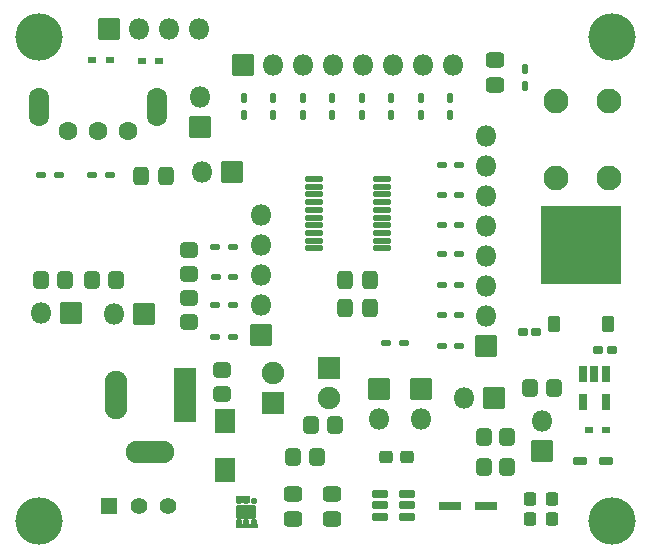
<source format=gbr>
%TF.GenerationSoftware,KiCad,Pcbnew,8.0.3*%
%TF.CreationDate,2024-08-05T20:49:33+08:00*%
%TF.ProjectId,PC_Fan_Control,50435f46-616e-45f4-936f-6e74726f6c2e,v1.0*%
%TF.SameCoordinates,Original*%
%TF.FileFunction,Soldermask,Top*%
%TF.FilePolarity,Negative*%
%FSLAX46Y46*%
G04 Gerber Fmt 4.6, Leading zero omitted, Abs format (unit mm)*
G04 Created by KiCad (PCBNEW 8.0.3) date 2024-08-05 20:49:33*
%MOMM*%
%LPD*%
G01*
G04 APERTURE LIST*
G04 Aperture macros list*
%AMRoundRect*
0 Rectangle with rounded corners*
0 $1 Rounding radius*
0 $2 $3 $4 $5 $6 $7 $8 $9 X,Y pos of 4 corners*
0 Add a 4 corners polygon primitive as box body*
4,1,4,$2,$3,$4,$5,$6,$7,$8,$9,$2,$3,0*
0 Add four circle primitives for the rounded corners*
1,1,$1+$1,$2,$3*
1,1,$1+$1,$4,$5*
1,1,$1+$1,$6,$7*
1,1,$1+$1,$8,$9*
0 Add four rect primitives between the rounded corners*
20,1,$1+$1,$2,$3,$4,$5,0*
20,1,$1+$1,$4,$5,$6,$7,0*
20,1,$1+$1,$6,$7,$8,$9,0*
20,1,$1+$1,$8,$9,$2,$3,0*%
G04 Aperture macros list end*
%ADD10C,0.100000*%
%ADD11RoundRect,0.180400X0.237900X0.180400X-0.237900X0.180400X-0.237900X-0.180400X0.237900X-0.180400X0*%
%ADD12RoundRect,0.262900X0.262900X-0.325400X0.262900X0.325400X-0.262900X0.325400X-0.262900X-0.325400X0*%
%ADD13RoundRect,0.050800X-0.850000X-0.850000X0.850000X-0.850000X0.850000X0.850000X-0.850000X0.850000X0*%
%ADD14O,1.801600X1.801600*%
%ADD15RoundRect,0.050800X-0.335000X0.210000X-0.335000X-0.210000X0.335000X-0.210000X0.335000X0.210000X0*%
%ADD16RoundRect,0.050800X0.850000X0.850000X-0.850000X0.850000X-0.850000X-0.850000X0.850000X-0.850000X0*%
%ADD17RoundRect,0.050800X-0.850000X0.850000X-0.850000X-0.850000X0.850000X-0.850000X0.850000X0.850000X0*%
%ADD18RoundRect,0.050800X0.335000X-0.210000X0.335000X0.210000X-0.335000X0.210000X-0.335000X-0.210000X0*%
%ADD19RoundRect,0.050800X0.210000X0.335000X-0.210000X0.335000X-0.210000X-0.335000X0.210000X-0.335000X0*%
%ADD20RoundRect,0.050800X0.304800X0.177800X-0.304800X0.177800X-0.304800X-0.177800X0.304800X-0.177800X0*%
%ADD21C,4.001600*%
%ADD22RoundRect,0.271166X0.479634X-0.379634X0.479634X0.379634X-0.479634X0.379634X-0.479634X-0.379634X0*%
%ADD23RoundRect,0.050800X0.875000X-0.300000X0.875000X0.300000X-0.875000X0.300000X-0.875000X-0.300000X0*%
%ADD24RoundRect,0.050800X-0.542500X0.275000X-0.542500X-0.275000X0.542500X-0.275000X0.542500X0.275000X0*%
%ADD25RoundRect,0.050800X0.835000X0.935000X-0.835000X0.935000X-0.835000X-0.935000X0.835000X-0.935000X0*%
%ADD26RoundRect,0.271166X0.379634X0.479634X-0.379634X0.479634X-0.379634X-0.479634X0.379634X-0.479634X0*%
%ADD27RoundRect,0.271617X0.366683X0.504183X-0.366683X0.504183X-0.366683X-0.504183X0.366683X-0.504183X0*%
%ADD28RoundRect,0.050800X-0.279400X0.660400X-0.279400X-0.660400X0.279400X-0.660400X0.279400X0.660400X0*%
%ADD29C,2.101600*%
%ADD30RoundRect,0.050800X0.850000X-0.850000X0.850000X0.850000X-0.850000X0.850000X-0.850000X-0.850000X0*%
%ADD31RoundRect,0.271617X-0.504183X0.366683X-0.504183X-0.366683X0.504183X-0.366683X0.504183X0.366683X0*%
%ADD32RoundRect,0.050800X0.900000X-0.900000X0.900000X0.900000X-0.900000X0.900000X-0.900000X-0.900000X0*%
%ADD33C,1.901600*%
%ADD34RoundRect,0.271166X-0.379634X-0.479634X0.379634X-0.479634X0.379634X0.479634X-0.379634X0.479634X0*%
%ADD35RoundRect,0.119150X0.131650X-0.119150X0.131650X0.119150X-0.131650X0.119150X-0.131650X-0.119150X0*%
%ADD36RoundRect,0.050800X0.800000X-0.500000X0.800000X0.500000X-0.800000X0.500000X-0.800000X-0.500000X0*%
%ADD37RoundRect,0.050800X-0.900000X2.200000X-0.900000X-2.200000X0.900000X-2.200000X0.900000X2.200000X0*%
%ADD38O,1.901600X4.101600*%
%ADD39O,4.101600X1.901600*%
%ADD40RoundRect,0.050800X-0.900000X0.900000X-0.900000X-0.900000X0.900000X-0.900000X0.900000X0.900000X0*%
%ADD41RoundRect,0.262900X-0.325400X-0.262900X0.325400X-0.262900X0.325400X0.262900X-0.325400X0.262900X0*%
%ADD42RoundRect,0.050800X-0.650000X-0.650000X0.650000X-0.650000X0.650000X0.650000X-0.650000X0.650000X0*%
%ADD43C,1.401600*%
%ADD44RoundRect,0.125400X0.662900X0.125400X-0.662900X0.125400X-0.662900X-0.125400X0.662900X-0.125400X0*%
%ADD45RoundRect,0.050800X-0.444500X-0.609600X0.444500X-0.609600X0.444500X0.609600X-0.444500X0.609600X0*%
%ADD46RoundRect,0.050800X-3.365500X-3.251200X3.365500X-3.251200X3.365500X3.251200X-3.365500X3.251200X0*%
%ADD47RoundRect,0.271617X0.504183X-0.366683X0.504183X0.366683X-0.504183X0.366683X-0.504183X-0.366683X0*%
%ADD48RoundRect,0.180400X-0.237900X-0.180400X0.237900X-0.180400X0.237900X0.180400X-0.237900X0.180400X0*%
%ADD49RoundRect,0.271166X-0.479634X0.379634X-0.479634X-0.379634X0.479634X-0.379634X0.479634X0.379634X0*%
%ADD50RoundRect,0.175400X0.537900X0.175400X-0.537900X0.175400X-0.537900X-0.175400X0.537900X-0.175400X0*%
%ADD51C,1.601600*%
%ADD52O,1.701600X3.301600*%
G04 APERTURE END LIST*
D10*
X125742547Y-139130000D02*
X127439667Y-139130000D01*
X127439667Y-139384000D01*
X125742547Y-139384000D01*
X125742547Y-139130000D01*
G36*
X125742547Y-139130000D02*
G01*
X127439667Y-139130000D01*
X127439667Y-139384000D01*
X125742547Y-139384000D01*
X125742547Y-139130000D01*
G37*
X125737867Y-136742400D02*
X126779267Y-136742400D01*
X126779267Y-137250400D01*
X125737867Y-137250400D01*
X125737867Y-136742400D01*
G36*
X125737867Y-136742400D02*
G01*
X126779267Y-136742400D01*
X126779267Y-137250400D01*
X125737867Y-137250400D01*
X125737867Y-136742400D01*
G37*
D11*
%TO.C,C7*%
X151102967Y-122890600D03*
X149967967Y-122890600D03*
%TD*%
D12*
%TO.C,C4*%
X150594500Y-138724400D03*
X150594500Y-136999400D03*
%TD*%
D13*
%TO.C,J6*%
X141328500Y-127728400D03*
D14*
X141328500Y-130268400D03*
%TD*%
D15*
%TO.C,D11*%
X110679500Y-109567400D03*
X109229500Y-109567400D03*
%TD*%
D16*
%TO.C,JP3*%
X122654500Y-105503400D03*
D14*
X122654500Y-102963400D03*
%TD*%
D15*
%TO.C,D9*%
X125448500Y-118203400D03*
X123998500Y-118203400D03*
%TD*%
D17*
%TO.C,JP2*%
X147551500Y-128490400D03*
D14*
X145011500Y-128490400D03*
%TD*%
D13*
%TO.C,J7*%
X137772500Y-127728400D03*
D14*
X137772500Y-130268400D03*
%TD*%
D15*
%TO.C,D8*%
X125411500Y-120616400D03*
X123961500Y-120616400D03*
%TD*%
D18*
%TO.C,D19*%
X143150100Y-108780000D03*
X144600100Y-108780000D03*
%TD*%
D19*
%TO.C,D24*%
X136345100Y-104540400D03*
X136345100Y-103090400D03*
%TD*%
D20*
%TO.C,U7*%
X119212800Y-99915400D03*
X117714200Y-99915400D03*
%TD*%
D21*
%TO.C,J3*%
X157535467Y-138890600D03*
%TD*%
D22*
%TO.C,R7*%
X121765500Y-121997400D03*
X121765500Y-119997400D03*
%TD*%
D15*
%TO.C,D7*%
X125411500Y-123283400D03*
X123961500Y-123283400D03*
%TD*%
D19*
%TO.C,D21*%
X128849300Y-104540400D03*
X128849300Y-103090400D03*
%TD*%
%TO.C,D26*%
X141342300Y-104540400D03*
X141342300Y-103090400D03*
%TD*%
D18*
%TO.C,D16*%
X143175500Y-116298400D03*
X144625500Y-116298400D03*
%TD*%
D23*
%TO.C,L1*%
X143811500Y-137634400D03*
X146911500Y-137634400D03*
%TD*%
D18*
%TO.C,D12*%
X113547500Y-109567400D03*
X114997500Y-109567400D03*
%TD*%
D24*
%TO.C,D3*%
X157071500Y-133824400D03*
X154791500Y-133824400D03*
%TD*%
D25*
%TO.C,D1*%
X124813500Y-134575600D03*
X124813500Y-130425600D03*
%TD*%
D26*
%TO.C,R1*%
X148673500Y-134332400D03*
X146673500Y-134332400D03*
%TD*%
D27*
%TO.C,C10*%
X119755000Y-109694400D03*
X117680000Y-109694400D03*
%TD*%
D21*
%TO.C,J4*%
X109035467Y-138890600D03*
%TD*%
D28*
%TO.C,U3*%
X157005501Y-126407600D03*
X156055500Y-126407600D03*
X155105499Y-126407600D03*
X155105499Y-128795200D03*
X157005501Y-128795200D03*
%TD*%
D29*
%TO.C,SW1*%
X157289500Y-103321400D03*
X157289500Y-109821400D03*
X152789500Y-103321400D03*
X152789500Y-109821400D03*
%TD*%
D20*
%TO.C,U5*%
X157058800Y-131157400D03*
X155560200Y-131157400D03*
%TD*%
D21*
%TO.C,J1*%
X157535467Y-97890600D03*
%TD*%
D18*
%TO.C,D2*%
X138439500Y-123791400D03*
X139889500Y-123791400D03*
%TD*%
D19*
%TO.C,D25*%
X138843700Y-104540400D03*
X138843700Y-103090400D03*
%TD*%
D16*
%TO.C,JP1*%
X151610500Y-132940400D03*
D14*
X151610500Y-130400400D03*
%TD*%
D30*
%TO.C,J9*%
X126337500Y-100296400D03*
D14*
X128877500Y-100296400D03*
X131417500Y-100296400D03*
X133957500Y-100296400D03*
X136497500Y-100296400D03*
X139037500Y-100296400D03*
X141577500Y-100296400D03*
X144117500Y-100296400D03*
%TD*%
D31*
%TO.C,C2*%
X130528500Y-136618400D03*
X130528500Y-138693400D03*
%TD*%
D32*
%TO.C,D5*%
X128877500Y-128876400D03*
D33*
X128877500Y-126336400D03*
%TD*%
D34*
%TO.C,R2*%
X130528500Y-133443400D03*
X132528500Y-133443400D03*
%TD*%
D26*
%TO.C,R9*%
X111208500Y-118457400D03*
X109208500Y-118457400D03*
%TD*%
D35*
%TO.C,U2*%
X125936467Y-138974600D03*
X126586467Y-138974600D03*
X127236467Y-138974600D03*
X127236467Y-137199600D03*
X126586467Y-137199600D03*
X125936467Y-137199600D03*
D36*
X126586467Y-138087100D03*
%TD*%
D15*
%TO.C,D10*%
X125411500Y-115663400D03*
X123961500Y-115663400D03*
%TD*%
D34*
%TO.C,R10*%
X113510500Y-118457400D03*
X115510500Y-118457400D03*
%TD*%
D37*
%TO.C,J5*%
X121384500Y-128236400D03*
D38*
X115584500Y-128236400D03*
D39*
X118384500Y-133036400D03*
%TD*%
D20*
%TO.C,U6*%
X115035467Y-99890600D03*
X113536867Y-99890600D03*
%TD*%
D19*
%TO.C,D23*%
X133846500Y-104540400D03*
X133846500Y-103090400D03*
%TD*%
D18*
%TO.C,D14*%
X143124700Y-121434400D03*
X144574700Y-121434400D03*
%TD*%
D17*
%TO.C,JP6*%
X117955500Y-121378400D03*
D14*
X115415500Y-121378400D03*
%TD*%
D17*
%TO.C,JP4*%
X125326500Y-109313400D03*
D14*
X122786500Y-109313400D03*
%TD*%
D18*
%TO.C,D18*%
X143150100Y-111294600D03*
X144600100Y-111294600D03*
%TD*%
D26*
%TO.C,R5*%
X152610500Y-127601400D03*
X150610500Y-127601400D03*
%TD*%
D18*
%TO.C,D15*%
X143124700Y-118889200D03*
X144574700Y-118889200D03*
%TD*%
D19*
%TO.C,D6*%
X150213500Y-102037400D03*
X150213500Y-100587400D03*
%TD*%
D21*
%TO.C,J2*%
X109035467Y-97890600D03*
%TD*%
D40*
%TO.C,D4*%
X133581500Y-125950400D03*
D33*
X133581500Y-128490400D03*
%TD*%
D30*
%TO.C,P1*%
X114915467Y-97248400D03*
D14*
X117455467Y-97248400D03*
X119995467Y-97248400D03*
X122535467Y-97248400D03*
%TD*%
D12*
%TO.C,C5*%
X152499500Y-138724400D03*
X152499500Y-136999400D03*
%TD*%
D27*
%TO.C,C8*%
X137027000Y-118457400D03*
X134952000Y-118457400D03*
%TD*%
D17*
%TO.C,JP5*%
X111737500Y-121251400D03*
D14*
X109197500Y-121251400D03*
%TD*%
D41*
%TO.C,C1*%
X138429000Y-133443400D03*
X140154000Y-133443400D03*
%TD*%
D42*
%TO.C,S1*%
X114987500Y-137634400D03*
D43*
X117487500Y-137634400D03*
X119987500Y-137634400D03*
%TD*%
D18*
%TO.C,D17*%
X143163900Y-113809200D03*
X144613900Y-113809200D03*
%TD*%
D19*
%TO.C,D22*%
X131347900Y-104540400D03*
X131347900Y-103090400D03*
%TD*%
D22*
%TO.C,R8*%
X121765500Y-117933400D03*
X121765500Y-115933400D03*
%TD*%
D44*
%TO.C,U8*%
X138031500Y-115790400D03*
X138031500Y-115140400D03*
X138031500Y-114490400D03*
X138031500Y-113840400D03*
X138031500Y-113190400D03*
X138031500Y-112540400D03*
X138031500Y-111890400D03*
X138031500Y-111240400D03*
X138031500Y-110590400D03*
X138031500Y-109940400D03*
X132306500Y-109940400D03*
X132306500Y-110590400D03*
X132306500Y-111240400D03*
X132306500Y-111890400D03*
X132306500Y-112540400D03*
X132306500Y-113190400D03*
X132306500Y-113840400D03*
X132306500Y-114490400D03*
X132306500Y-115140400D03*
X132306500Y-115790400D03*
%TD*%
D45*
%TO.C,U4*%
X152627500Y-122165800D03*
D46*
X154912500Y-115511000D03*
D45*
X157197500Y-122165800D03*
%TD*%
D47*
%TO.C,C11*%
X147673500Y-101968900D03*
X147673500Y-99893900D03*
%TD*%
D48*
%TO.C,C6*%
X156367967Y-124390600D03*
X157502967Y-124390600D03*
%TD*%
D49*
%TO.C,R6*%
X124559500Y-126093400D03*
X124559500Y-128093400D03*
%TD*%
D19*
%TO.C,D27*%
X143840900Y-104540400D03*
X143840900Y-103090400D03*
%TD*%
%TO.C,D20*%
X126407000Y-104497100D03*
X126407000Y-103047100D03*
%TD*%
D18*
%TO.C,D13*%
X143150100Y-124045400D03*
X144600100Y-124045400D03*
%TD*%
D27*
%TO.C,C9*%
X137027000Y-120870400D03*
X134952000Y-120870400D03*
%TD*%
D31*
%TO.C,C3*%
X133830500Y-136618400D03*
X133830500Y-138693400D03*
%TD*%
D50*
%TO.C,U1*%
X140180500Y-138518400D03*
X140180500Y-137568400D03*
X140180500Y-136618400D03*
X137905500Y-136618400D03*
X137905500Y-137568400D03*
X137905500Y-138518400D03*
%TD*%
D16*
%TO.C,J8*%
X146911500Y-124045400D03*
D14*
X146911500Y-121505400D03*
X146911500Y-118965400D03*
X146911500Y-116425400D03*
X146911500Y-113885400D03*
X146911500Y-111345400D03*
X146911500Y-108805400D03*
X146911500Y-106265400D03*
%TD*%
D34*
%TO.C,R3*%
X146673500Y-131792400D03*
X148673500Y-131792400D03*
%TD*%
D26*
%TO.C,R4*%
X134068500Y-130776400D03*
X132068500Y-130776400D03*
%TD*%
D16*
%TO.C,P2*%
X127861500Y-123156400D03*
D14*
X127861500Y-120616400D03*
X127861500Y-118076400D03*
X127861500Y-115536400D03*
X127861500Y-112996400D03*
%TD*%
D51*
%TO.C,U9*%
X111518500Y-105837400D03*
X114018500Y-105837400D03*
X116518500Y-105837400D03*
D52*
X109018500Y-103837400D03*
X119018500Y-103837400D03*
%TD*%
M02*

</source>
